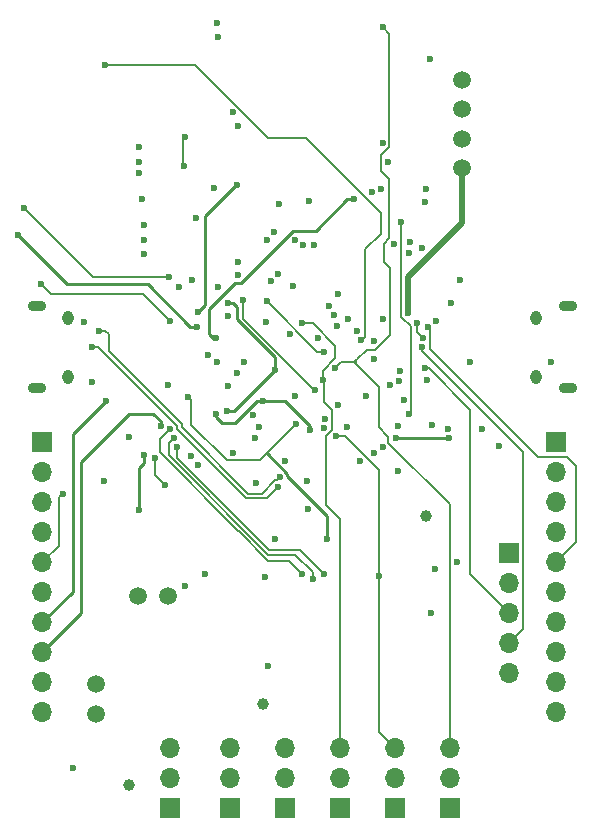
<source format=gbr>
%TF.GenerationSoftware,KiCad,Pcbnew,8.0.2*%
%TF.CreationDate,2024-08-20T16:45:35-03:00*%
%TF.ProjectId,dough,646f7567-682e-46b6-9963-61645f706362,rev?*%
%TF.SameCoordinates,Original*%
%TF.FileFunction,Copper,L2,Inr*%
%TF.FilePolarity,Positive*%
%FSLAX46Y46*%
G04 Gerber Fmt 4.6, Leading zero omitted, Abs format (unit mm)*
G04 Created by KiCad (PCBNEW 8.0.2) date 2024-08-20 16:45:35*
%MOMM*%
%LPD*%
G01*
G04 APERTURE LIST*
%TA.AperFunction,ComponentPad*%
%ADD10C,1.500000*%
%TD*%
%TA.AperFunction,ComponentPad*%
%ADD11R,1.700000X1.700000*%
%TD*%
%TA.AperFunction,ComponentPad*%
%ADD12O,1.700000X1.700000*%
%TD*%
%TA.AperFunction,ComponentPad*%
%ADD13C,1.498600*%
%TD*%
%TA.AperFunction,ComponentPad*%
%ADD14O,1.550000X0.890000*%
%TD*%
%TA.AperFunction,ComponentPad*%
%ADD15O,0.950000X1.250000*%
%TD*%
%TA.AperFunction,ViaPad*%
%ADD16C,0.600000*%
%TD*%
%TA.AperFunction,ViaPad*%
%ADD17C,1.000000*%
%TD*%
%TA.AperFunction,Conductor*%
%ADD18C,0.250000*%
%TD*%
%TA.AperFunction,Conductor*%
%ADD19C,0.200000*%
%TD*%
%TA.AperFunction,Conductor*%
%ADD20C,0.150000*%
%TD*%
%TA.AperFunction,Conductor*%
%ADD21C,0.500000*%
%TD*%
G04 APERTURE END LIST*
D10*
%TO.N,GND*%
%TO.C,J1*%
X111470000Y-86970200D03*
%TO.N,Net-(D2-K)*%
X108930000Y-86970200D03*
%TD*%
%TO.N,GND*%
%TO.C,J13*%
X105329801Y-96965100D03*
%TO.N,Net-(J13-Pad2)*%
X105329801Y-94425100D03*
%TD*%
D11*
%TO.N,GND*%
%TO.C,J7*%
X126000000Y-104925000D03*
D12*
%TO.N,Net-(J7-Pin_2)*%
X126000000Y-102385000D03*
%TO.N,SER_3*%
X126000000Y-99845000D03*
%TD*%
D11*
%TO.N,GND*%
%TO.C,J6*%
X130650000Y-104925000D03*
D12*
%TO.N,Net-(J6-Pin_2)*%
X130650000Y-102385000D03*
%TO.N,SER_2*%
X130650000Y-99845000D03*
%TD*%
D11*
%TO.N,GND*%
%TO.C,J12*%
X100800000Y-73975000D03*
D12*
%TO.N,SPI_BIT2*%
X100800000Y-76515000D03*
%TO.N,SPI0_MISO*%
X100800000Y-79055000D03*
%TO.N,SPI0_CLK*%
X100800000Y-81595000D03*
%TO.N,SPI0_MOSI*%
X100800000Y-84135000D03*
%TO.N,SPI_BIT3*%
X100800000Y-86675000D03*
%TO.N,SPI0_CS2*%
X100800000Y-89215000D03*
%TO.N,GPIO6_esp*%
X100800000Y-91755000D03*
%TO.N,CANH*%
X100800000Y-94295000D03*
%TO.N,CANL*%
X100800000Y-96835000D03*
%TD*%
D11*
%TO.N,GND*%
%TO.C,J4*%
X111600000Y-104925000D03*
D12*
%TO.N,Net-(J4-Pin_2)*%
X111600000Y-102385000D03*
%TO.N,SER_6*%
X111600000Y-99845000D03*
%TD*%
D11*
%TO.N,GND*%
%TO.C,J9*%
X116700000Y-104925000D03*
D12*
%TO.N,Net-(J9-Pin_2)*%
X116700000Y-102385000D03*
%TO.N,SER_5*%
X116700000Y-99845000D03*
%TD*%
D13*
%TO.N,GND*%
%TO.C,U11*%
X136308000Y-43271100D03*
%TO.N,UART1_RX*%
X136308000Y-45760300D03*
%TO.N,UART1_TX*%
X136308000Y-48249500D03*
%TO.N,+3V3*%
X136308000Y-50738700D03*
%TD*%
D11*
%TO.N,GND*%
%TO.C,J8*%
X121350000Y-104925000D03*
D12*
%TO.N,Net-(J8-Pin_2)*%
X121350000Y-102385000D03*
%TO.N,SER_4*%
X121350000Y-99845000D03*
%TD*%
D11*
%TO.N,GND*%
%TO.C,J5*%
X135300000Y-104925000D03*
D12*
%TO.N,Net-(J5-Pin_2)*%
X135300000Y-102385000D03*
%TO.N,SER_1*%
X135300000Y-99845000D03*
%TD*%
D14*
%TO.N,GND*%
%TO.C,J10*%
X145300000Y-69400000D03*
D15*
X142600000Y-68400000D03*
X142600000Y-63400000D03*
D14*
X145300000Y-62400000D03*
%TD*%
D11*
%TO.N,GND*%
%TO.C,J2*%
X140300000Y-83325000D03*
D12*
%TO.N,+3V3*%
X140300000Y-85865000D03*
%TO.N,SDA0*%
X140300000Y-88405000D03*
%TO.N,SCL0*%
X140300000Y-90945000D03*
%TO.N,+5V*%
X140300000Y-93485000D03*
%TD*%
D11*
%TO.N,GND*%
%TO.C,J11*%
X144300000Y-73975000D03*
D12*
%TO.N,ADC0*%
X144300000Y-76515000D03*
%TO.N,ADC1*%
X144300000Y-79055000D03*
%TO.N,unconnected-(J11-Pin_4-Pad4)*%
X144300000Y-81595000D03*
%TO.N,GPIO15*%
X144300000Y-84135000D03*
%TO.N,GPIO16*%
X144300000Y-86675000D03*
%TO.N,GPIO17*%
X144300000Y-89215000D03*
%TO.N,GPIO18*%
X144300000Y-91755000D03*
%TO.N,+5V*%
X144300000Y-94295000D03*
%TO.N,+3V3*%
X144300000Y-96835000D03*
%TD*%
D14*
%TO.N,GND*%
%TO.C,J3*%
X100300000Y-62400000D03*
D15*
X103000000Y-63400000D03*
X103000000Y-68400000D03*
D14*
X100300000Y-69400000D03*
%TD*%
D16*
%TO.N,SDA1*%
X124700000Y-71966929D03*
%TO.N,GND*%
X116421402Y-71291772D03*
X116550000Y-62150000D03*
X113975000Y-75850000D03*
X132900000Y-57500000D03*
X126617013Y-72638443D03*
X114600000Y-85100000D03*
X123200000Y-77200000D03*
D17*
X119500000Y-96100000D03*
D16*
X117400000Y-47200000D03*
X120461965Y-67838035D03*
X123300000Y-79600000D03*
%TO.N,+5V*%
X133700000Y-88400000D03*
X134125000Y-63700000D03*
X130600000Y-57200000D03*
D17*
X108100000Y-103000000D03*
D16*
X119900000Y-92900000D03*
X103400000Y-101500000D03*
X112900000Y-86100000D03*
%TO.N,+3V3*%
X128225000Y-70009880D03*
X120500000Y-82187200D03*
X116500000Y-63300000D03*
X117900000Y-67201200D03*
X131774999Y-62988172D03*
X115500000Y-71600000D03*
X115592800Y-38448400D03*
X119458578Y-70458578D03*
D17*
X133300000Y-80200000D03*
D16*
X123459135Y-72957600D03*
X121725735Y-64825735D03*
%TO.N,+1V1*%
X125737734Y-64150548D03*
X122196800Y-70046000D03*
%TO.N,ADC3*%
X113400000Y-75100000D03*
%TO.N,ADC_VREF*%
X117269200Y-68064800D03*
%TO.N,SDA1*%
X119780535Y-62000000D03*
X125840760Y-70800389D03*
X112829492Y-48147232D03*
X130700000Y-73602000D03*
X135200000Y-73602000D03*
X118800000Y-73572647D03*
X112800000Y-50552258D03*
X124671050Y-66301200D03*
%TO.N,SCL1*%
X129600000Y-74400000D03*
X116932842Y-74900000D03*
X117793413Y-61906587D03*
X124638388Y-72764554D03*
X123900000Y-69500000D03*
%TO.N,SER_1*%
X125596244Y-67700748D03*
X129600000Y-38800000D03*
%TO.N,SER_2*%
X133600000Y-41500000D03*
X129300000Y-85300000D03*
X125650000Y-73450000D03*
%TO.N,SER_3*%
X122900000Y-57300000D03*
X122800000Y-63900000D03*
X124543413Y-68656587D03*
%TO.N,SER_4*%
X128700000Y-52800000D03*
X131200000Y-55300000D03*
X131813515Y-71600588D03*
%TO.N,SWCLK*%
X125471224Y-63200000D03*
%TO.N,SWD*%
X124105362Y-65169830D03*
%TO.N,SER_5*%
X131424265Y-70375735D03*
%TO.N,LED_R*%
X111500000Y-60000000D03*
X99200000Y-54100000D03*
%TO.N,LED_G*%
X113900000Y-64200000D03*
X98700000Y-56400000D03*
X119703476Y-63792318D03*
%TO.N,LED_B*%
X111600000Y-63700000D03*
X100700000Y-60600000D03*
%TO.N,BMI_INT2*%
X127700000Y-75548528D03*
%TO.N,BMI_INT1*%
X130900000Y-76354844D03*
%TO.N,Net-(U2-XIN)*%
X126700000Y-63500000D03*
%TO.N,USB1_D-*%
X105600000Y-64500000D03*
X120900000Y-76900000D03*
%TO.N,USB1_D+*%
X120774400Y-77767600D03*
X105000000Y-65900000D03*
%TO.N,Net-(U8-SDO)*%
X130934400Y-72586000D03*
%TO.N,Net-(D4-A)*%
X143900000Y-67200000D03*
%TO.N,Net-(D8-A)*%
X105000000Y-68900000D03*
%TO.N,ESP32_RST*%
X106123058Y-42023058D03*
X127786135Y-65321684D03*
%TO.N,Net-(D9-A)*%
X137000000Y-67200000D03*
%TO.N,Net-(Q1-S)*%
X135350000Y-62150000D03*
X115694400Y-39667600D03*
%TO.N,SPI0_CLK*%
X122200000Y-56800000D03*
X109200000Y-53400000D03*
%TO.N,Net-(D6-A)*%
X104300000Y-63800000D03*
%TO.N,SPI_CS*%
X120395248Y-56147520D03*
X109400000Y-55600000D03*
%TO.N,USB2_D+*%
X117400000Y-58700000D03*
X118900000Y-77400000D03*
X113500000Y-60200000D03*
%TO.N,USB2_D-*%
X121354235Y-75570351D03*
X117324265Y-59824265D03*
X112350000Y-60850000D03*
%TO.N,SD_CD*%
X129600000Y-48600000D03*
X109000000Y-49000000D03*
%TO.N,SPI_BIT3*%
X109400000Y-56800000D03*
X119800000Y-56800000D03*
%TO.N,SPI0_MISO*%
X123400000Y-53500000D03*
X109000000Y-50200000D03*
%TO.N,SPI_BIT2*%
X106025000Y-77206340D03*
X123800000Y-57283884D03*
X109400000Y-58000000D03*
%TO.N,SPI0_MOSI*%
X102500000Y-78300000D03*
X120800000Y-53800000D03*
X109000000Y-51200000D03*
%TO.N,UART1_TX*%
X120725000Y-59700000D03*
X133250000Y-52550000D03*
%TO.N,UART1_RX*%
X120130535Y-60300000D03*
X130100000Y-50200000D03*
%TO.N,SCL0*%
X132925000Y-65900000D03*
X125825000Y-61425000D03*
X128851600Y-65372400D03*
X115700000Y-60800000D03*
%TO.N,SDA0*%
X128851600Y-66896400D03*
X133200000Y-67700000D03*
X131800000Y-57900000D03*
%TO.N,Net-(R18-Pad1)*%
X111400000Y-69100000D03*
%TO.N,/RP2040 section/QSPI_SS*%
X113092893Y-70107107D03*
X124889200Y-82136400D03*
X122300000Y-72450000D03*
%TO.N,Net-(U2-USB_DM)*%
X118601142Y-71682742D03*
%TO.N,Net-(U2-USB_DP)*%
X119127135Y-72675665D03*
%TO.N,SER_6*%
X130208598Y-69119724D03*
%TO.N,Net-(D7-A)*%
X131900000Y-57000000D03*
%TO.N,BUZZER*%
X127200000Y-53400000D03*
X115500000Y-65100000D03*
%TO.N,GPIO17*%
X133400000Y-68700000D03*
X138000000Y-72800000D03*
X131100000Y-67900000D03*
%TO.N,ADC1*%
X115600000Y-67200000D03*
X112225000Y-74375000D03*
X134000000Y-84700000D03*
X124600000Y-85100000D03*
%TO.N,GPIO18*%
X132548703Y-63900000D03*
X122000000Y-60700000D03*
%TO.N,ADC0*%
X122800000Y-85100000D03*
X111575735Y-72824265D03*
X114800000Y-66600000D03*
X135900000Y-84100000D03*
%TO.N,ADC2*%
X111900000Y-73600000D03*
X123700000Y-85500000D03*
%TO.N,GPIO15*%
X133471424Y-64161348D03*
X127432412Y-64500000D03*
%TO.N,GPIO16*%
X130948231Y-68796785D03*
X133800000Y-72500000D03*
X139450000Y-74236828D03*
%TO.N,Net-(Q4-S)*%
X135100000Y-72800000D03*
X133179266Y-53640042D03*
%TO.N,GPIO6_esp*%
X110800000Y-72600000D03*
%TO.N,SPI0_CS2*%
X117300000Y-52200000D03*
X106200000Y-70500000D03*
X114000000Y-62900000D03*
%TO.N,GPIO5_esp*%
X110343413Y-75256587D03*
X111200000Y-77600000D03*
%TO.N,GPIO4_esp*%
X109400000Y-75000000D03*
X109000000Y-79700000D03*
%TO.N,ESP32_BOOT*%
X136150000Y-60200000D03*
%TO.N,Net-(Q5-S)*%
X119674265Y-85374265D03*
X129600000Y-63500000D03*
X125100000Y-62400000D03*
X116520026Y-69199999D03*
%TO.N,RP2040_RST*%
X129500000Y-52500000D03*
X116900000Y-46000000D03*
%TO.N,Net-(U9-IO20)*%
X113800000Y-54975000D03*
%TO.N,Net-(U9-IO19)*%
X115350000Y-52400000D03*
%TO.N,BUTTONS*%
X108100000Y-73500000D03*
%TO.N,Net-(U8-CSB)*%
X128900000Y-74900000D03*
%TO.N,GPIO18*%
X133059135Y-65100000D03*
%TD*%
D18*
%TO.N,GND*%
X117008228Y-71291772D02*
X120461965Y-67838035D01*
X116421402Y-71291772D02*
X117008228Y-71291772D01*
D19*
%TO.N,/RP2040 section/QSPI_SS*%
X122300000Y-72450000D02*
X122250000Y-72450000D01*
X122250000Y-72450000D02*
X119800000Y-74900000D01*
D18*
%TO.N,+3V3*%
X121339378Y-70458578D02*
X119458578Y-70458578D01*
X123459135Y-72578335D02*
X121339378Y-70458578D01*
X123459135Y-72957600D02*
X123459135Y-72578335D01*
D19*
%TO.N,SER_3*%
X124800000Y-79298960D02*
X126000000Y-80498960D01*
X125300000Y-72951471D02*
X124800000Y-73451471D01*
X124600000Y-70550000D02*
X125300000Y-71250000D01*
X124600000Y-68713174D02*
X124600000Y-70550000D01*
X124543413Y-68656587D02*
X124600000Y-68713174D01*
X125300000Y-71250000D02*
X125300000Y-72951471D01*
X124800000Y-73451471D02*
X124800000Y-79298960D01*
X126000000Y-80498960D02*
X126000000Y-99845000D01*
%TO.N,SCL0*%
X141500000Y-89745000D02*
X140300000Y-90945000D01*
X141500000Y-74800000D02*
X141500000Y-89745000D01*
X133800000Y-67100000D02*
X141500000Y-74800000D01*
X133751471Y-67100000D02*
X133800000Y-67100000D01*
X132925000Y-66273529D02*
X133751471Y-67100000D01*
X132925000Y-65900000D02*
X132925000Y-66273529D01*
D20*
%TO.N,GPIO18*%
X132548703Y-64589568D02*
X132548703Y-63900000D01*
X133059135Y-65100000D02*
X132548703Y-64589568D01*
%TO.N,ADC1*%
X122600000Y-83100000D02*
X124600000Y-85100000D01*
X112225000Y-74375000D02*
X112225000Y-75328201D01*
X112225000Y-75328201D02*
X119996799Y-83100000D01*
X119996799Y-83100000D02*
X122600000Y-83100000D01*
%TO.N,ADC2*%
X119901824Y-83500000D02*
X122213173Y-83500000D01*
X111475000Y-74025000D02*
X111475000Y-75073176D01*
X111475000Y-75073176D02*
X119901824Y-83500000D01*
X122213173Y-83500000D02*
X123700000Y-84986827D01*
X123700000Y-84986827D02*
X123700000Y-85500000D01*
X111900000Y-73600000D02*
X111475000Y-74025000D01*
D18*
%TO.N,GND*%
X120461965Y-66727651D02*
X117300000Y-63565686D01*
X117300000Y-63565686D02*
X117300000Y-62483884D01*
X116966116Y-62150000D02*
X116550000Y-62150000D01*
X117300000Y-62483884D02*
X116966116Y-62150000D01*
X120461965Y-67838035D02*
X120461965Y-66727651D01*
D21*
%TO.N,+3V3*%
X131725000Y-62938173D02*
X131725000Y-59975000D01*
X131774999Y-62988172D02*
X131725000Y-62938173D01*
D18*
X117100000Y-72300000D02*
X116000000Y-72300000D01*
D21*
X136308000Y-55392000D02*
X136308000Y-50738700D01*
D18*
X118941422Y-70458578D02*
X117100000Y-72300000D01*
X116000000Y-72300000D02*
X115500000Y-71800000D01*
D21*
X131725000Y-59975000D02*
X136308000Y-55392000D01*
D18*
X119458578Y-70458578D02*
X118941422Y-70458578D01*
D20*
X115500000Y-71800000D02*
X115500000Y-71600000D01*
%TO.N,SDA1*%
X124671050Y-66301200D02*
X124081735Y-66301200D01*
X112731587Y-48168413D02*
X112731587Y-50631587D01*
D18*
X135200000Y-73602000D02*
X130700000Y-73602000D01*
D20*
X112800000Y-48100000D02*
X112731587Y-48168413D01*
X124081735Y-66301200D02*
X119780535Y-62000000D01*
%TO.N,SCL1*%
X123800000Y-69500000D02*
X117793413Y-63493413D01*
D19*
X129600000Y-74400000D02*
X129600000Y-74200001D01*
D20*
X117793413Y-63493413D02*
X117793413Y-61906587D01*
X123900000Y-69500000D02*
X123800000Y-69500000D01*
%TO.N,SER_1*%
X130175000Y-49000000D02*
X130175000Y-39375000D01*
D19*
X127200000Y-67200000D02*
X126096992Y-67200000D01*
X130100000Y-74000000D02*
X135300000Y-79200000D01*
D20*
X130175000Y-39375000D02*
X129600000Y-38800000D01*
X127350000Y-67050000D02*
X127450000Y-66950000D01*
X129500000Y-51025000D02*
X129500000Y-49675000D01*
D19*
X126096992Y-67200000D02*
X125596244Y-67700748D01*
D20*
X129700000Y-57175000D02*
X130175000Y-56700000D01*
X127200000Y-67200000D02*
X127450000Y-66950000D01*
X130200000Y-64900000D02*
X130200000Y-59200000D01*
X130200000Y-59200000D02*
X129700000Y-58700000D01*
D19*
X130100000Y-73500000D02*
X130100000Y-74000000D01*
X127350000Y-67350000D02*
X129300000Y-69300000D01*
X129300000Y-69300000D02*
X129300000Y-72700000D01*
X127200000Y-67200000D02*
X127350000Y-67350000D01*
D20*
X129700000Y-58700000D02*
X129700000Y-57175000D01*
X127350000Y-67350000D02*
X127350000Y-67050000D01*
D19*
X129300000Y-72700000D02*
X130100000Y-73500000D01*
D20*
X127450000Y-66950000D02*
X128276600Y-66123400D01*
X128976600Y-66123400D02*
X130200000Y-64900000D01*
X130175000Y-56700000D02*
X130175000Y-51700000D01*
X129500000Y-49675000D02*
X130175000Y-49000000D01*
D19*
X135300000Y-79200000D02*
X135300000Y-99845000D01*
D20*
X130175000Y-51700000D02*
X129500000Y-51025000D01*
X128276600Y-66123400D02*
X128976600Y-66123400D01*
D19*
%TO.N,SER_2*%
X126450001Y-73450000D02*
X129300000Y-76299999D01*
X129300000Y-98495000D02*
X130650000Y-99845000D01*
X129300000Y-76299999D02*
X129300000Y-85300000D01*
X129300000Y-85300000D02*
X129300000Y-98495000D01*
X125650000Y-73450000D02*
X126450001Y-73450000D01*
%TO.N,SER_3*%
X123684061Y-63900000D02*
X125600000Y-65815939D01*
X122800000Y-63900000D02*
X123684061Y-63900000D01*
X124543413Y-67905050D02*
X124543413Y-68656587D01*
X125600000Y-66848463D02*
X124543413Y-67905050D01*
X125600000Y-65815939D02*
X125600000Y-66848463D01*
D20*
%TO.N,SER_4*%
X131200000Y-63342462D02*
X132000000Y-64142462D01*
X132000000Y-64142462D02*
X132000000Y-71414103D01*
X132000000Y-71414103D02*
X131813515Y-71600588D01*
X131200000Y-55300000D02*
X131200000Y-63342462D01*
D19*
%TO.N,LED_R*%
X105100000Y-60000000D02*
X99200000Y-54100000D01*
X111500000Y-60000000D02*
X105100000Y-60000000D01*
D18*
%TO.N,LED_G*%
X113900000Y-64200000D02*
X113300000Y-64200000D01*
X102900000Y-60600000D02*
X98700000Y-56400000D01*
X109700000Y-60600000D02*
X102900000Y-60600000D01*
X113300000Y-64200000D02*
X109700000Y-60600000D01*
D19*
%TO.N,LED_B*%
X109300000Y-61400000D02*
X101500000Y-61400000D01*
X101500000Y-61400000D02*
X100700000Y-60600000D01*
X111600000Y-63700000D02*
X109300000Y-61400000D01*
%TO.N,USB1_D-*%
X120525871Y-77167600D02*
X119393471Y-78300000D01*
X120632400Y-77167600D02*
X120525871Y-77167600D01*
X106400000Y-64800000D02*
X106100000Y-64500000D01*
X106100000Y-64500000D02*
X105600000Y-64500000D01*
X112575735Y-72410050D02*
X106400000Y-66234315D01*
X118165686Y-78300000D02*
X112575735Y-72710049D01*
X120900000Y-76900000D02*
X120632400Y-77167600D01*
X119393471Y-78300000D02*
X118165686Y-78300000D01*
X112575735Y-72710049D02*
X112575735Y-72410050D01*
X106400000Y-66234315D02*
X106400000Y-64800000D01*
%TO.N,USB1_D+*%
X112175735Y-72575736D02*
X112175735Y-72875735D01*
X119842000Y-78700000D02*
X120774400Y-77767600D01*
X118000000Y-78700000D02*
X119842000Y-78700000D01*
X105000000Y-65900000D02*
X105499999Y-65900000D01*
X112175735Y-72875735D02*
X118000000Y-78700000D01*
X105499999Y-65900000D02*
X112175735Y-72575736D01*
D20*
%TO.N,ESP32_RST*%
X127786135Y-65321684D02*
X128100000Y-65007819D01*
X128100000Y-65007819D02*
X128100000Y-57611540D01*
X129425000Y-56286540D02*
X129425000Y-54525000D01*
X129425000Y-54525000D02*
X123086827Y-48186827D01*
X113736231Y-42023058D02*
X106123058Y-42023058D01*
X123086827Y-48186827D02*
X119900000Y-48186827D01*
X128100000Y-57611540D02*
X129425000Y-56286540D01*
X119900000Y-48186827D02*
X113736231Y-42023058D01*
D19*
%TO.N,SPI0_MOSI*%
X102200000Y-78600000D02*
X102200000Y-82735000D01*
X102200000Y-82735000D02*
X100800000Y-84135000D01*
X102500000Y-78300000D02*
X102200000Y-78600000D01*
%TO.N,SDA0*%
X137000000Y-71200000D02*
X137000000Y-85105000D01*
X137000000Y-85105000D02*
X140300000Y-88405000D01*
X133500000Y-67700000D02*
X137000000Y-71200000D01*
X133200000Y-67700000D02*
X133500000Y-67700000D01*
%TO.N,/RP2040 section/QSPI_SS*%
X116400000Y-75500000D02*
X119200000Y-75500000D01*
X113092893Y-70107107D02*
X113400000Y-70414214D01*
D18*
X124889200Y-82136400D02*
X124889200Y-80189200D01*
X124889200Y-80189200D02*
X121525000Y-76825000D01*
D19*
X113400000Y-70414214D02*
X113400000Y-72500000D01*
D18*
X121525000Y-76625000D02*
X119800000Y-74900000D01*
D19*
X119200000Y-75500000D02*
X119800000Y-74900000D01*
D18*
X121525000Y-76825000D02*
X121525000Y-76625000D01*
D19*
X113400000Y-72500000D02*
X116400000Y-75500000D01*
D18*
%TO.N,BUZZER*%
X114900000Y-62636396D02*
X117074569Y-60461827D01*
X123951633Y-56048367D02*
X126600000Y-53400000D01*
X115500000Y-65100000D02*
X115200000Y-65100000D01*
X117074569Y-60461827D02*
X117604289Y-60461827D01*
X115200000Y-65100000D02*
X114900000Y-64800000D01*
X117604289Y-60461827D02*
X122017749Y-56048367D01*
X122017749Y-56048367D02*
X123951633Y-56048367D01*
X126600000Y-53400000D02*
X127200000Y-53400000D01*
X114900000Y-64800000D02*
X114900000Y-62636396D01*
D20*
%TO.N,ADC0*%
X117406849Y-81500000D02*
X119906849Y-84000000D01*
X111575735Y-72824265D02*
X110725000Y-73675000D01*
X110725000Y-73675000D02*
X110725000Y-74825000D01*
X110725000Y-74825000D02*
X117400000Y-81500000D01*
X117400000Y-81500000D02*
X117406849Y-81500000D01*
X121700000Y-84000000D02*
X122800000Y-85100000D01*
X119906849Y-84000000D02*
X121700000Y-84000000D01*
%TO.N,GPIO15*%
X133634135Y-64324059D02*
X133634135Y-66034135D01*
X146000000Y-82435000D02*
X144300000Y-84135000D01*
X133471424Y-64161348D02*
X133634135Y-64324059D01*
X145200000Y-75200000D02*
X146000000Y-76000000D01*
X146000000Y-76000000D02*
X146000000Y-82435000D01*
X133634135Y-66034135D02*
X142800000Y-75200000D01*
X142800000Y-75200000D02*
X145200000Y-75200000D01*
D18*
%TO.N,GPIO6_esp*%
X100800000Y-91755000D02*
X104100000Y-88455000D01*
X110800000Y-72200000D02*
X110800000Y-72600000D01*
X104100000Y-75600000D02*
X108100000Y-71600000D01*
X110200000Y-71600000D02*
X110800000Y-72200000D01*
X108100000Y-71600000D02*
X110200000Y-71600000D01*
X104100000Y-88455000D02*
X104100000Y-75600000D01*
%TO.N,SPI0_CS2*%
X114575000Y-62325000D02*
X114575000Y-54825000D01*
X114575000Y-54825000D02*
X117200000Y-52200000D01*
X103400000Y-73300000D02*
X103400000Y-86615000D01*
X106200000Y-70500000D02*
X103400000Y-73300000D01*
X117200000Y-52200000D02*
X117300000Y-52200000D01*
X114000000Y-62900000D02*
X114575000Y-62325000D01*
X106200000Y-70500000D02*
X106000000Y-70500000D01*
X103400000Y-86615000D02*
X100800000Y-89215000D01*
D19*
%TO.N,GPIO5_esp*%
X110343413Y-76743413D02*
X111200000Y-77600000D01*
X110343413Y-75256587D02*
X110343413Y-76743413D01*
D18*
%TO.N,GPIO4_esp*%
X109000000Y-76100000D02*
X109000000Y-79700000D01*
X109400000Y-75000000D02*
X109400000Y-75700000D01*
X109400000Y-75700000D02*
X109000000Y-76100000D01*
%TO.N,CANL*%
X100800000Y-96500000D02*
X100800000Y-96835000D01*
%TD*%
M02*

</source>
